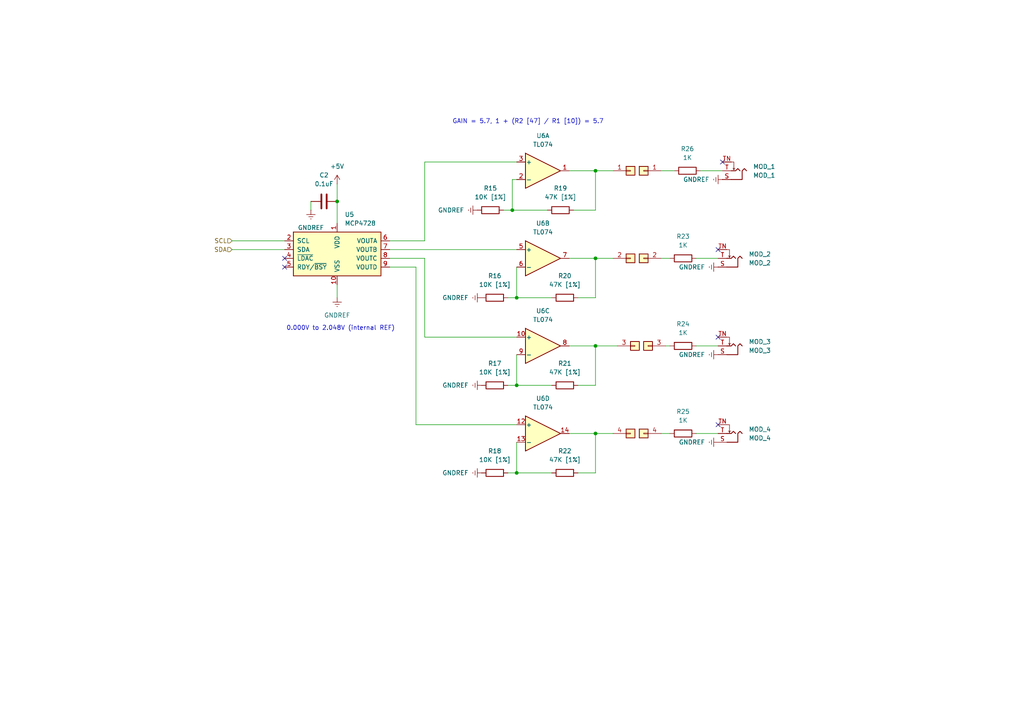
<source format=kicad_sch>
(kicad_sch (version 20231120) (generator "eeschema") (generator_version "8.0")
  (paper "A4")
  (lib_symbols
    (symbol "Amplifier_Operational:TL074" (pin_names (offset 0.127))
      (property "Reference" "U" (at 0 5.08 0))
      (property "Value" "TL074" (at 0 -5.08 0))
      (symbol "TL074_1_1"
        (polyline (pts (xy -5.08 5.08) (xy 5.08 0) (xy -5.08 -5.08) (xy -5.08 5.08)) (stroke (width 0.254)) (fill (type background)))
        (pin output line (at 7.62 0 180) (length 2.54) (name "~") (number "1"))
        (pin input line (at -7.62 -2.54 0) (length 2.54) (name "-") (number "2"))
        (pin input line (at -7.62 2.54 0) (length 2.54) (name "+") (number "3"))
      )
      (symbol "TL074_2_1"
        (polyline (pts (xy -5.08 5.08) (xy 5.08 0) (xy -5.08 -5.08) (xy -5.08 5.08)) (stroke (width 0.254)) (fill (type background)))
        (pin input line (at -7.62 2.54 0) (length 2.54) (name "+") (number "5"))
        (pin input line (at -7.62 -2.54 0) (length 2.54) (name "-") (number "6"))
        (pin output line (at 7.62 0 180) (length 2.54) (name "~") (number "7"))
      )
      (symbol "TL074_3_1"
        (polyline (pts (xy -5.08 5.08) (xy 5.08 0) (xy -5.08 -5.08) (xy -5.08 5.08)) (stroke (width 0.254)) (fill (type background)))
        (pin input line (at -7.62 2.54 0) (length 2.54) (name "+") (number "10"))
        (pin output line (at 7.62 0 180) (length 2.54) (name "~") (number "8"))
        (pin input line (at -7.62 -2.54 0) (length 2.54) (name "-") (number "9"))
      )
      (symbol "TL074_4_1"
        (polyline (pts (xy -5.08 5.08) (xy 5.08 0) (xy -5.08 -5.08) (xy -5.08 5.08)) (stroke (width 0.254)) (fill (type background)))
        (pin input line (at -7.62 2.54 0) (length 2.54) (name "+") (number "12"))
        (pin input line (at -7.62 -2.54 0) (length 2.54) (name "-") (number "13"))
        (pin output line (at 7.62 0 180) (length 2.54) (name "~") (number "14"))
      )
      (symbol "TL074_5_1"
        (pin power_in line (at -2.54 -7.62 90) (length 3.81) (name "V-") (number "11"))
        (pin power_in line (at -2.54 7.62 270) (length 3.81) (name "V+") (number "4"))
      )
    )
    (symbol "Analog_DAC:MCP4728" (pin_names (offset 1.016))
      (property "Reference" "U" (at -12.7 6.35 0))
      (property "Value" "MCP4728" (at 12.7 6.35 0))
      (symbol "MCP4728_0_1"
        (rectangle (start -12.7 5.08) (end 12.7 -7.62) (stroke (width 0.254)) (fill (type background)))
      )
      (symbol "MCP4728_1_1"
        (pin power_in line (at 0 7.62 270) (length 2.54) (name "VDD") (number "1"))
        (pin power_in line (at 0 -10.16 90) (length 2.54) (name "VSS") (number "10"))
        (pin input line (at -15.24 2.54 0) (length 2.54) (name "SCL") (number "2"))
        (pin bidirectional line (at -15.24 0 0) (length 2.54) (name "SDA") (number "3"))
        (pin input line (at -15.24 -2.54 0) (length 2.54) (name "~{LDAC}") (number "4"))
        (pin output line (at -15.24 -5.08 0) (length 2.54) (name "RDY/~{BSY}") (number "5"))
        (pin output line (at 15.24 2.54 180) (length 2.54) (name "VOUTA") (number "6"))
        (pin output line (at 15.24 0 180) (length 2.54) (name "VOUTB") (number "7"))
        (pin output line (at 15.24 -2.54 180) (length 2.54) (name "VOUTC") (number "8"))
        (pin output line (at 15.24 -5.08 180) (length 2.54) (name "VOUTD") (number "9"))
      )
    )
    (symbol "Device:C" (pin_numbers hide) (pin_names (offset 0.254))
      (property "Reference" "C" (at 0.635 2.54 0))
      (property "Value" "C" (at 0.635 -2.54 0))
      (symbol "C_0_1"
        (polyline (pts (xy -2.032 -0.762) (xy 2.032 -0.762)) (stroke (width 0.508)))
        (polyline (pts (xy -2.032 0.762) (xy 2.032 0.762)) (stroke (width 0.508)))
      )
      (symbol "C_1_1"
        (pin passive line (at 0 3.81 270) (length 2.794) (name "~") (number "1"))
        (pin passive line (at 0 -3.81 90) (length 2.794) (name "~") (number "2"))
      )
    )
    (symbol "Device:R" (pin_numbers hide) (pin_names (offset 0))
      (property "Reference" "R" (at 2.032 0 90))
      (property "Value" "R" (at 0 0 90))
      (symbol "R_0_1"
        (rectangle (start -1.016 -2.54) (end 1.016 2.54) (stroke (width 0.254)))
      )
      (symbol "R_1_1"
        (pin passive line (at 0 3.81 270) (length 1.27) (name "~") (number "1"))
        (pin passive line (at 0 -3.81 90) (length 1.27) (name "~") (number "2"))
      )
    )
    (symbol "power:+5V" (power) (pin_numbers hide) (pin_names (offset 0) hide)
      (property "Value" "+5V" (at 0 3.556 0))
      (symbol "+5V_0_1"
        (polyline (pts (xy -0.762 1.27) (xy 0 2.54)))
        (polyline (pts (xy 0 0) (xy 0 2.54)))
        (polyline (pts (xy 0 2.54) (xy 0.762 1.27)))
      )
      (symbol "+5V_1_1"
        (pin power_in line (at 0 0 90) (length 0) (name "~") (number "1"))
      )
    )
    (symbol "power:GNDREF" (power) (pin_numbers hide) (pin_names (offset 0) hide)
      (property "Value" "GNDREF" (at 0 -3.81 0))
      (symbol "GNDREF_0_1"
        (polyline (pts (xy -0.635 -1.905) (xy 0.635 -1.905)))
        (polyline (pts (xy -0.127 -2.54) (xy 0.127 -2.54)))
        (polyline (pts (xy 0 -1.27) (xy 0 0)))
        (polyline (pts (xy 1.27 -1.27) (xy -1.27 -1.27)))
      )
      (symbol "GNDREF_1_1"
        (pin power_in line (at 0 0 270) (length 0) (name "~") (number "1"))
      )
    )
    (symbol "synth:AudioJack_Mono_3.5mm"
      (property "Reference" "J" (at 0 8.89 0))
      (property "Value" "AudioJack_Mono_3.5mm" (at 0 6.35 0))
      (symbol "AudioJack_Mono_3.5mm_0_1"
        (polyline (pts (xy 1.778 -0.254) (xy 2.032 -0.762)))
        (polyline (pts (xy 0 0) (xy 0.635 -0.635) (xy 1.27 0) (xy 2.54 0)) (stroke (width 0.254)))
        (polyline (pts (xy 2.54 -2.54) (xy 1.778 -2.54) (xy 1.778 -0.254) (xy 1.524 -0.762)))
        (polyline (pts (xy 2.54 2.54) (xy -0.635 2.54) (xy -0.635 0) (xy -1.27 -0.635) (xy -1.905 0)) (stroke (width 0.254)))
      )
      (symbol "AudioJack_Mono_3.5mm_1_1"
        (pin passive line (at 5.08 2.54 180) (length 2.54) (name "~") (number "S"))
        (pin passive line (at 5.08 0 180) (length 2.54) (name "~") (number "T"))
        (pin passive line (at 5.08 -2.54 180) (length 2.54) (name "~") (number "TN"))
      )
    )
    (symbol "synth:PinHeader_01x04" (pin_names (offset 1.016) hide)
      (property "Reference" "H" (at 0 2.54 0))
      (property "Value" "PinHeader_01x04" (at 0 -2.54 0))
      (symbol "PinHeader_01x04_1_1"
        (rectangle (start -1.27 0.127) (end 0 -0.127) (stroke (width 0.1524)))
        (rectangle (start -1.27 1.27) (end 1.27 -1.27) (stroke (width 0.254)) (fill (type background)))
        (pin passive line (at -5.08 0 0) (length 3.81) (name "Pin_1") (number "1"))
      )
      (symbol "PinHeader_01x04_2_1"
        (rectangle (start -1.27 0.127) (end 0 -0.127) (stroke (width 0.1524)))
        (rectangle (start -1.27 1.27) (end 1.27 -1.27) (stroke (width 0.254)) (fill (type background)))
        (pin passive line (at -5.08 0 0) (length 3.81) (name "Pin_2") (number "2"))
      )
      (symbol "PinHeader_01x04_3_1"
        (rectangle (start -1.27 0.127) (end 0 -0.127) (stroke (width 0.1524)))
        (rectangle (start -1.27 1.27) (end 1.27 -1.27) (stroke (width 0.254)) (fill (type background)))
        (pin passive line (at -5.08 0 0) (length 3.81) (name "Pin_3") (number "3"))
      )
      (symbol "PinHeader_01x04_4_1"
        (rectangle (start -1.27 0.127) (end 0 -0.127) (stroke (width 0.1524)))
        (rectangle (start -1.27 1.27) (end 1.27 -1.27) (stroke (width 0.254)) (fill (type background)))
        (pin passive line (at -5.08 0 0) (length 3.81) (name "Pin_4") (number "4"))
      )
    )
    (symbol "synth:PinSocket_01x04" (pin_names (offset 1.016) hide)
      (property "Reference" "H" (at 0 2.54 0))
      (property "Value" "PinSocket_01x04" (at 0 -2.54 0))
      (symbol "PinSocket_01x04_1_1"
        (rectangle (start -1.27 0.127) (end 0 -0.127) (stroke (width 0.1524)))
        (rectangle (start -1.27 1.27) (end 1.27 -1.27) (stroke (width 0.254)) (fill (type background)))
        (pin passive line (at -5.08 0 0) (length 3.81) (name "Pin_1") (number "1"))
      )
      (symbol "PinSocket_01x04_2_1"
        (rectangle (start -1.27 0.127) (end 0 -0.127) (stroke (width 0.1524)))
        (rectangle (start -1.27 1.27) (end 1.27 -1.27) (stroke (width 0.254)) (fill (type background)))
        (pin passive line (at -5.08 0 0) (length 3.81) (name "Pin_2") (number "2"))
      )
      (symbol "PinSocket_01x04_3_1"
        (rectangle (start -1.27 0.127) (end 0 -0.127) (stroke (width 0.1524)))
        (rectangle (start -1.27 1.27) (end 1.27 -1.27) (stroke (width 0.254)) (fill (type background)))
        (pin passive line (at -5.08 0 0) (length 3.81) (name "Pin_3") (number "3"))
      )
      (symbol "PinSocket_01x04_4_1"
        (rectangle (start -1.27 0.127) (end 0 -0.127) (stroke (width 0.1524)))
        (rectangle (start -1.27 1.27) (end 1.27 -1.27) (stroke (width 0.254)) (fill (type background)))
        (pin passive line (at -5.08 0 0) (length 3.81) (name "Pin_4") (number "4"))
      )
    )
  )
  (junction (at 172.72 49.53))
  (junction (at 149.86 86.36))
  (junction (at 149.86 137.16))
  (junction (at 97.79 58.42))
  (junction (at 172.72 74.93))
  (junction (at 172.72 100.33))
  (junction (at 149.86 111.76))
  (junction (at 148.59 60.96))
  (junction (at 172.72 125.73))
  (no_connect (at 209.55 46.99))
  (no_connect (at 208.28 72.39))
  (no_connect (at 208.28 97.79))
  (no_connect (at 82.55 77.47))
  (no_connect (at 208.28 123.19))
  (no_connect (at 82.55 74.93))
  (wire (pts (xy 172.72 60.96) (xy 166.37 60.96)))
  (wire (pts (xy 113.03 72.39) (xy 149.86 72.39)))
  (wire (pts (xy 201.93 74.93) (xy 208.28 74.93)))
  (wire (pts (xy 191.77 49.53) (xy 195.58 49.53)))
  (wire (pts (xy 172.72 111.76) (xy 167.64 111.76)))
  (wire (pts (xy 149.86 111.76) (xy 160.02 111.76)))
  (wire (pts (xy 97.79 58.42) (xy 97.79 64.77)))
  (wire (pts (xy 113.03 74.93) (xy 123.19 74.93)))
  (wire (pts (xy 165.1 100.33) (xy 172.72 100.33)))
  (wire (pts (xy 172.72 125.73) (xy 177.8 125.73)))
  (wire (pts (xy 172.72 125.73) (xy 172.72 137.16)))
  (wire (pts (xy 148.59 52.07) (xy 149.86 52.07)))
  (wire (pts (xy 165.1 125.73) (xy 172.72 125.73)))
  (wire (pts (xy 149.86 137.16) (xy 160.02 137.16)))
  (wire (pts (xy 203.2 49.53) (xy 209.55 49.53)))
  (wire (pts (xy 90.17 58.42) (xy 90.17 60.96)))
  (wire (pts (xy 148.59 60.96) (xy 148.59 52.07)))
  (wire (pts (xy 123.19 69.85) (xy 123.19 46.99)))
  (wire (pts (xy 120.65 77.47) (xy 120.65 123.19)))
  (wire (pts (xy 147.32 111.76) (xy 149.86 111.76)))
  (wire (pts (xy 146.05 60.96) (xy 148.59 60.96)))
  (wire (pts (xy 191.77 74.93) (xy 194.31 74.93)))
  (wire (pts (xy 120.65 123.19) (xy 149.86 123.19)))
  (wire (pts (xy 123.19 97.79) (xy 149.86 97.79)))
  (wire (pts (xy 148.59 60.96) (xy 158.75 60.96)))
  (wire (pts (xy 149.86 111.76) (xy 149.86 102.87)))
  (wire (pts (xy 123.19 74.93) (xy 123.19 97.79)))
  (wire (pts (xy 172.72 74.93) (xy 177.8 74.93)))
  (wire (pts (xy 172.72 86.36) (xy 167.64 86.36)))
  (wire (pts (xy 149.86 86.36) (xy 149.86 77.47)))
  (wire (pts (xy 172.72 137.16) (xy 167.64 137.16)))
  (wire (pts (xy 149.86 86.36) (xy 160.02 86.36)))
  (wire (pts (xy 165.1 74.93) (xy 172.72 74.93)))
  (wire (pts (xy 201.93 125.73) (xy 208.28 125.73)))
  (wire (pts (xy 67.31 72.39) (xy 82.55 72.39)))
  (wire (pts (xy 113.03 77.47) (xy 120.65 77.47)))
  (wire (pts (xy 97.79 53.34) (xy 97.79 58.42)))
  (wire (pts (xy 97.79 86.36) (xy 97.79 82.55)))
  (wire (pts (xy 172.72 100.33) (xy 172.72 111.76)))
  (wire (pts (xy 201.93 100.33) (xy 208.28 100.33)))
  (wire (pts (xy 165.1 49.53) (xy 172.72 49.53)))
  (wire (pts (xy 172.72 49.53) (xy 177.8 49.53)))
  (wire (pts (xy 147.32 137.16) (xy 149.86 137.16)))
  (wire (pts (xy 172.72 49.53) (xy 172.72 60.96)))
  (wire (pts (xy 147.32 86.36) (xy 149.86 86.36)))
  (wire (pts (xy 191.77 125.73) (xy 194.31 125.73)))
  (wire (pts (xy 193.04 100.33) (xy 194.31 100.33)))
  (wire (pts (xy 67.31 69.85) (xy 82.55 69.85)))
  (wire (pts (xy 113.03 69.85) (xy 123.19 69.85)))
  (wire (pts (xy 172.72 100.33) (xy 179.07 100.33)))
  (wire (pts (xy 149.86 137.16) (xy 149.86 128.27)))
  (wire (pts (xy 172.72 74.93) (xy 172.72 86.36)))
  (wire (pts (xy 123.19 46.99) (xy 149.86 46.99)))
  (text "GAIN = 5.7, 1 + (R2 [47] / R1 [10]) = 5.7" (at 153.162 35.306 0) (effects (font (size 1.27 1.27))))
  (text "0.000V to 2.048V (internal REF)" (at 98.806 95.25 0) (effects (font (size 1.27 1.27))))
  (hierarchical_label "SDA" (shape input) (at 67.31 72.39 180))
  (hierarchical_label "SCL" (shape input) (at 67.31 69.85 180))
  (symbol (lib_id "synth:PinSocket_01x04") (at 184.15 100.33 0) (unit 3)
    (property "Reference" "H5" (effects (hide yes)))
    (property "Value" "PinSocket_01x04" (effects (hide yes)))
    (property "Footprint" "Synth:PinSocket_1x04_P2.54mm_Vertical" (effects (hide yes)))
    (property "Description" "Generic connector, single row, 01x01, script generated (kicad-library-utils/schlib/autogen/connector/)" (effects (hide yes)))
  )
  (symbol (lib_id "Device:R") (at 199.39 49.53 90) (unit 1)
    (property "Reference" "R26" (at 199.39 43.18 90))
    (property "Value" "1K" (at 199.39 45.72 90))
    (property "Footprint" "Resistor_SMD:R_0805_2012Metric_Pad1.20x1.40mm_HandSolder" (effects (hide yes)))
    (property "Description" "Resistor" (effects (hide yes)))
  )
  (symbol (lib_id "power:GNDREF") (at 208.28 128.27 270) (unit 1)
    (property "Reference" "#PWR030" (effects (hide yes)))
    (property "Value" "GNDREF" (at 204.47 128.2699 90) (effects (justify right)))
    (property "Description" "Power symbol creates a global label with name \"GNDREF\" , reference supply ground" (effects (hide yes)))
  )
  (symbol (lib_id "synth:PinSocket_01x04") (at 182.88 125.73 0) (unit 4)
    (property "Reference" "H5" (effects (hide yes)))
    (property "Value" "PinSocket_01x04" (effects (hide yes)))
    (property "Footprint" "Synth:PinSocket_1x04_P2.54mm_Vertical" (effects (hide yes)))
    (property "Description" "Generic connector, single row, 01x01, script generated (kicad-library-utils/schlib/autogen/connector/)" (effects (hide yes)))
  )
  (symbol (lib_id "synth:AudioJack_Mono_3.5mm") (at 214.63 49.53 180) (unit 1)
    (property "Reference" "MOD_1" (at 218.44 48.3234 0) (effects (justify right)))
    (property "Value" "MOD_1" (at 218.44 50.8634 0) (effects (justify right)))
    (property "Footprint" "Synth:Jack_3.5mm_QingPu_WQP-PJ398SM_Vertical_CircularHoles" (effects (hide yes)))
    (property "Description" "Audio Jack, 2 Poles (Mono / TS), Switched T Pole (Normalling)" (effects (hide yes)))
  )
  (symbol (lib_id "power:GNDREF") (at 208.28 77.47 270) (unit 1)
    (property "Reference" "#PWR028" (effects (hide yes)))
    (property "Value" "GNDREF" (at 204.47 77.4699 90) (effects (justify right)))
    (property "Description" "Power symbol creates a global label with name \"GNDREF\" , reference supply ground" (effects (hide yes)))
  )
  (symbol (lib_id "Device:R") (at 163.83 86.36 90) (unit 1)
    (property "Reference" "R20" (at 163.83 80.01 90))
    (property "Value" "47K [1%]" (at 163.83 82.55 90))
    (property "Footprint" "Resistor_SMD:R_0805_2012Metric_Pad1.20x1.40mm_HandSolder" (effects (hide yes)))
    (property "Description" "Resistor" (effects (hide yes)))
  )
  (symbol (lib_id "synth:PinHeader_01x04") (at 186.69 125.73 180) (unit 4)
    (property "Reference" "H6" (effects (hide yes)))
    (property "Value" "PinHeader_01x04" (effects (hide yes)))
    (property "Footprint" "Synth:PinHeader_1x04_P2.54mm_Vertical" (effects (hide yes)))
    (property "Description" "Generic connector, single row, 01x01, script generated (kicad-library-utils/schlib/autogen/connector/)" (effects (hide yes)))
  )
  (symbol (lib_id "synth:PinHeader_01x04") (at 186.69 74.93 180) (unit 2)
    (property "Reference" "H6" (effects (hide yes)))
    (property "Value" "PinHeader_01x04" (effects (hide yes)))
    (property "Footprint" "Synth:PinHeader_1x04_P2.54mm_Vertical" (effects (hide yes)))
    (property "Description" "Generic connector, single row, 01x01, script generated (kicad-library-utils/schlib/autogen/connector/)" (effects (hide yes)))
  )
  (symbol (lib_id "power:GNDREF") (at 209.55 52.07 270) (unit 1)
    (property "Reference" "#PWR031" (effects (hide yes)))
    (property "Value" "GNDREF" (at 205.74 52.0699 90) (effects (justify right)))
    (property "Description" "Power symbol creates a global label with name \"GNDREF\" , reference supply ground" (effects (hide yes)))
  )
  (symbol (lib_id "synth:AudioJack_Mono_3.5mm") (at 213.36 74.93 180) (unit 1)
    (property "Reference" "MOD_2" (at 217.17 73.7234 0) (effects (justify right)))
    (property "Value" "MOD_2" (at 217.17 76.2634 0) (effects (justify right)))
    (property "Footprint" "Synth:Jack_3.5mm_QingPu_WQP-PJ398SM_Vertical_CircularHoles" (effects (hide yes)))
    (property "Description" "Audio Jack, 2 Poles (Mono / TS), Switched T Pole (Normalling)" (effects (hide yes)))
  )
  (symbol (lib_id "Device:R") (at 163.83 137.16 90) (unit 1)
    (property "Reference" "R22" (at 163.83 130.81 90))
    (property "Value" "47K [1%]" (at 163.83 133.35 90))
    (property "Footprint" "Resistor_SMD:R_0805_2012Metric_Pad1.20x1.40mm_HandSolder" (effects (hide yes)))
    (property "Description" "Resistor" (effects (hide yes)))
  )
  (symbol (lib_id "Device:R") (at 143.51 137.16 90) (unit 1)
    (property "Reference" "R18" (at 143.51 130.81 90))
    (property "Value" "10K [1%]" (at 143.51 133.35 90))
    (property "Footprint" "Resistor_SMD:R_0805_2012Metric_Pad1.20x1.40mm_HandSolder" (effects (hide yes)))
    (property "Description" "Resistor" (effects (hide yes)))
  )
  (symbol (lib_id "power:GNDREF") (at 139.7 86.36 270) (unit 1)
    (property "Reference" "#PWR025" (effects (hide yes)))
    (property "Value" "GNDREF" (at 135.89 86.3599 90) (effects (justify right)))
    (property "Description" "Power symbol creates a global label with name \"GNDREF\" , reference supply ground" (effects (hide yes)))
  )
  (symbol (lib_id "Device:C") (at 93.98 58.42 90) (unit 1)
    (property "Reference" "C2" (at 93.98 50.8 90))
    (property "Value" "0.1uF" (at 93.98 53.34 90))
    (property "Footprint" "Capacitor_SMD:C_0805_2012Metric_Pad1.18x1.45mm_HandSolder" (effects (hide yes)))
    (property "Description" "Unpolarized capacitor" (effects (hide yes)))
  )
  (symbol (lib_id "synth:PinHeader_01x04") (at 186.69 49.53 180) (unit 1)
    (property "Reference" "H6" (effects (hide yes)))
    (property "Value" "PinHeader_01x04" (effects (hide yes)))
    (property "Footprint" "Synth:PinHeader_1x04_P2.54mm_Vertical" (effects (hide yes)))
    (property "Description" "Generic connector, single row, 01x01, script generated (kicad-library-utils/schlib/autogen/connector/)" (effects (hide yes)))
  )
  (symbol (lib_id "Device:R") (at 142.24 60.96 90) (unit 1)
    (property "Reference" "R15" (at 142.24 54.61 90))
    (property "Value" "10K [1%]" (at 142.24 57.15 90))
    (property "Footprint" "Resistor_SMD:R_0805_2012Metric_Pad1.20x1.40mm_HandSolder" (effects (hide yes)))
    (property "Description" "Resistor" (effects (hide yes)))
  )
  (symbol (lib_id "Amplifier_Operational:TL074") (at 157.48 125.73 0) (unit 4)
    (property "Reference" "U6" (at 157.48 115.57 0))
    (property "Value" "TL074" (at 157.48 118.11 0))
    (property "Footprint" "Package_SO:SOIC-14_3.9x8.7mm_P1.27mm" (effects (hide yes)))
    (property "Datasheet" "http://www.ti.com/lit/ds/symlink/tl071.pdf" (effects (hide yes)))
    (property "Description" "Quad Low-Noise JFET-Input Operational Amplifiers, DIP-14/SOIC-14" (effects (hide yes)))
  )
  (symbol (lib_id "synth:PinSocket_01x04") (at 182.88 49.53 0) (unit 1)
    (property "Reference" "H5" (effects (hide yes)))
    (property "Value" "PinSocket_01x04" (effects (hide yes)))
    (property "Footprint" "Synth:PinSocket_1x04_P2.54mm_Vertical" (effects (hide yes)))
    (property "Description" "Generic connector, single row, 01x01, script generated (kicad-library-utils/schlib/autogen/connector/)" (effects (hide yes)))
  )
  (symbol (lib_id "power:GNDREF") (at 208.28 102.87 270) (unit 1)
    (property "Reference" "#PWR029" (effects (hide yes)))
    (property "Value" "GNDREF" (at 204.47 102.8699 90) (effects (justify right)))
    (property "Description" "Power symbol creates a global label with name \"GNDREF\" , reference supply ground" (effects (hide yes)))
  )
  (symbol (lib_id "synth:PinHeader_01x04") (at 187.96 100.33 180) (unit 3)
    (property "Reference" "H6" (effects (hide yes)))
    (property "Value" "PinHeader_01x04" (effects (hide yes)))
    (property "Footprint" "Synth:PinHeader_1x04_P2.54mm_Vertical" (effects (hide yes)))
    (property "Description" "Generic connector, single row, 01x01, script generated (kicad-library-utils/schlib/autogen/connector/)" (effects (hide yes)))
  )
  (symbol (lib_id "Analog_DAC:MCP4728") (at 97.79 72.39 0) (unit 1)
    (property "Reference" "U5" (at 99.9841 62.23 0) (effects (justify left)))
    (property "Value" "MCP4728" (at 99.9841 64.77 0) (effects (justify left)))
    (property "Footprint" "Package_SO:MSOP-10_3x3mm_P0.5mm" (effects (hide yes)))
    (property "Datasheet" "http://ww1.microchip.com/downloads/en/DeviceDoc/22187E.pdf" (effects (hide yes)))
    (property "Description" "12-bit digital to analog converter, quad output, 2.048V internal reference, integrated EEPROM, I2C interface" (effects (hide yes)))
  )
  (symbol (lib_id "Amplifier_Operational:TL074") (at 157.48 74.93 0) (unit 2)
    (property "Reference" "U6" (at 157.48 64.77 0))
    (property "Value" "TL074" (at 157.48 67.31 0))
    (property "Footprint" "Package_SO:SOIC-14_3.9x8.7mm_P1.27mm" (effects (hide yes)))
    (property "Datasheet" "http://www.ti.com/lit/ds/symlink/tl071.pdf" (effects (hide yes)))
    (property "Description" "Quad Low-Noise JFET-Input Operational Amplifiers, DIP-14/SOIC-14" (effects (hide yes)))
  )
  (symbol (lib_id "Device:R") (at 198.12 125.73 90) (unit 1)
    (property "Reference" "R25" (at 198.12 119.38 90))
    (property "Value" "1K" (at 198.12 121.92 90))
    (property "Footprint" "Resistor_SMD:R_0805_2012Metric_Pad1.20x1.40mm_HandSolder" (effects (hide yes)))
    (property "Description" "Resistor" (effects (hide yes)))
  )
  (symbol (lib_id "synth:AudioJack_Mono_3.5mm") (at 213.36 100.33 180) (unit 1)
    (property "Reference" "MOD_3" (at 217.17 99.1234 0) (effects (justify right)))
    (property "Value" "MOD_3" (at 217.17 101.6634 0) (effects (justify right)))
    (property "Footprint" "Synth:Jack_3.5mm_QingPu_WQP-PJ398SM_Vertical_CircularHoles" (effects (hide yes)))
    (property "Description" "Audio Jack, 2 Poles (Mono / TS), Switched T Pole (Normalling)" (effects (hide yes)))
  )
  (symbol (lib_id "power:GNDREF") (at 90.17 60.96 0) (unit 1)
    (property "Reference" "#PWR021" (effects (hide yes)))
    (property "Value" "GNDREF" (at 90.17 66.04 0))
    (property "Description" "Power symbol creates a global label with name \"GNDREF\" , reference supply ground" (effects (hide yes)))
  )
  (symbol (lib_id "Amplifier_Operational:TL074") (at 157.48 100.33 0) (unit 3)
    (property "Reference" "U6" (at 157.48 90.17 0))
    (property "Value" "TL074" (at 157.48 92.71 0))
    (property "Footprint" "Package_SO:SOIC-14_3.9x8.7mm_P1.27mm" (effects (hide yes)))
    (property "Datasheet" "http://www.ti.com/lit/ds/symlink/tl071.pdf" (effects (hide yes)))
    (property "Description" "Quad Low-Noise JFET-Input Operational Amplifiers, DIP-14/SOIC-14" (effects (hide yes)))
  )
  (symbol (lib_id "power:GNDREF") (at 139.7 137.16 270) (unit 1)
    (property "Reference" "#PWR027" (effects (hide yes)))
    (property "Value" "GNDREF" (at 135.89 137.1599 90) (effects (justify right)))
    (property "Description" "Power symbol creates a global label with name \"GNDREF\" , reference supply ground" (effects (hide yes)))
  )
  (symbol (lib_id "power:+5V") (at 97.79 53.34 0) (unit 1)
    (property "Reference" "#PWR022" (effects (hide yes)))
    (property "Value" "+5V" (at 97.79 48.26 0))
    (property "Description" "Power symbol creates a global label with name \"+5V\"" (effects (hide yes)))
  )
  (symbol (lib_id "synth:AudioJack_Mono_3.5mm") (at 213.36 125.73 180) (unit 1)
    (property "Reference" "MOD_4" (at 217.17 124.5234 0) (effects (justify right)))
    (property "Value" "MOD_4" (at 217.17 127.0634 0) (effects (justify right)))
    (property "Footprint" "Synth:Jack_3.5mm_QingPu_WQP-PJ398SM_Vertical_CircularHoles" (effects (hide yes)))
    (property "Description" "Audio Jack, 2 Poles (Mono / TS), Switched T Pole (Normalling)" (effects (hide yes)))
  )
  (symbol (lib_id "Device:R") (at 198.12 74.93 90) (unit 1)
    (property "Reference" "R23" (at 198.12 68.58 90))
    (property "Value" "1K" (at 198.12 71.12 90))
    (property "Footprint" "Resistor_SMD:R_0805_2012Metric_Pad1.20x1.40mm_HandSolder" (effects (hide yes)))
    (property "Description" "Resistor" (effects (hide yes)))
  )
  (symbol (lib_id "power:GNDREF") (at 138.43 60.96 270) (unit 1)
    (property "Reference" "#PWR024" (effects (hide yes)))
    (property "Value" "GNDREF" (at 134.62 60.9599 90) (effects (justify right)))
    (property "Description" "Power symbol creates a global label with name \"GNDREF\" , reference supply ground" (effects (hide yes)))
  )
  (symbol (lib_id "synth:PinSocket_01x04") (at 182.88 74.93 0) (unit 2)
    (property "Reference" "H5" (effects (hide yes)))
    (property "Value" "PinSocket_01x04" (effects (hide yes)))
    (property "Footprint" "Synth:PinSocket_1x04_P2.54mm_Vertical" (effects (hide yes)))
    (property "Description" "Generic connector, single row, 01x01, script generated (kicad-library-utils/schlib/autogen/connector/)" (effects (hide yes)))
  )
  (symbol (lib_id "Device:R") (at 163.83 111.76 90) (unit 1)
    (property "Reference" "R21" (at 163.83 105.41 90))
    (property "Value" "47K [1%]" (at 163.83 107.95 90))
    (property "Footprint" "Resistor_SMD:R_0805_2012Metric_Pad1.20x1.40mm_HandSolder" (effects (hide yes)))
    (property "Description" "Resistor" (effects (hide yes)))
  )
  (symbol (lib_id "Device:R") (at 162.56 60.96 90) (unit 1)
    (property "Reference" "R19" (at 162.56 54.61 90))
    (property "Value" "47K [1%]" (at 162.56 57.15 90))
    (property "Footprint" "Resistor_SMD:R_0805_2012Metric_Pad1.20x1.40mm_HandSolder" (effects (hide yes)))
    (property "Description" "Resistor" (effects (hide yes)))
  )
  (symbol (lib_id "Amplifier_Operational:TL074") (at 157.48 49.53 0) (unit 1)
    (property "Reference" "U6" (at 157.48 39.37 0))
    (property "Value" "TL074" (at 157.48 41.91 0))
    (property "Footprint" "Package_SO:SOIC-14_3.9x8.7mm_P1.27mm" (effects (hide yes)))
    (property "Datasheet" "http://www.ti.com/lit/ds/symlink/tl071.pdf" (effects (hide yes)))
    (property "Description" "Quad Low-Noise JFET-Input Operational Amplifiers, DIP-14/SOIC-14" (effects (hide yes)))
  )
  (symbol (lib_id "power:GNDREF") (at 139.7 111.76 270) (unit 1)
    (property "Reference" "#PWR026" (effects (hide yes)))
    (property "Value" "GNDREF" (at 135.89 111.7599 90) (effects (justify right)))
    (property "Description" "Power symbol creates a global label with name \"GNDREF\" , reference supply ground" (effects (hide yes)))
  )
  (symbol (lib_id "Device:R") (at 143.51 111.76 90) (unit 1)
    (property "Reference" "R17" (at 143.51 105.41 90))
    (property "Value" "10K [1%]" (at 143.51 107.95 90))
    (property "Footprint" "Resistor_SMD:R_0805_2012Metric_Pad1.20x1.40mm_HandSolder" (effects (hide yes)))
    (property "Description" "Resistor" (effects (hide yes)))
  )
  (symbol (lib_id "Device:R") (at 143.51 86.36 90) (unit 1)
    (property "Reference" "R16" (at 143.51 80.01 90))
    (property "Value" "10K [1%]" (at 143.51 82.55 90))
    (property "Footprint" "Resistor_SMD:R_0805_2012Metric_Pad1.20x1.40mm_HandSolder" (effects (hide yes)))
    (property "Description" "Resistor" (effects (hide yes)))
  )
  (symbol (lib_id "Device:R") (at 198.12 100.33 90) (unit 1)
    (property "Reference" "R24" (at 198.12 93.98 90))
    (property "Value" "1K" (at 198.12 96.52 90))
    (property "Footprint" "Resistor_SMD:R_0805_2012Metric_Pad1.20x1.40mm_HandSolder" (effects (hide yes)))
    (property "Description" "Resistor" (effects (hide yes)))
  )
  (symbol (lib_id "power:GNDREF") (at 97.79 86.36 0) (unit 1)
    (property "Reference" "#PWR023" (effects (hide yes)))
    (property "Value" "GNDREF" (at 97.79 91.44 0))
    (property "Description" "Power symbol creates a global label with name \"GNDREF\" , reference supply ground" (effects (hide yes)))
  )
)
</source>
